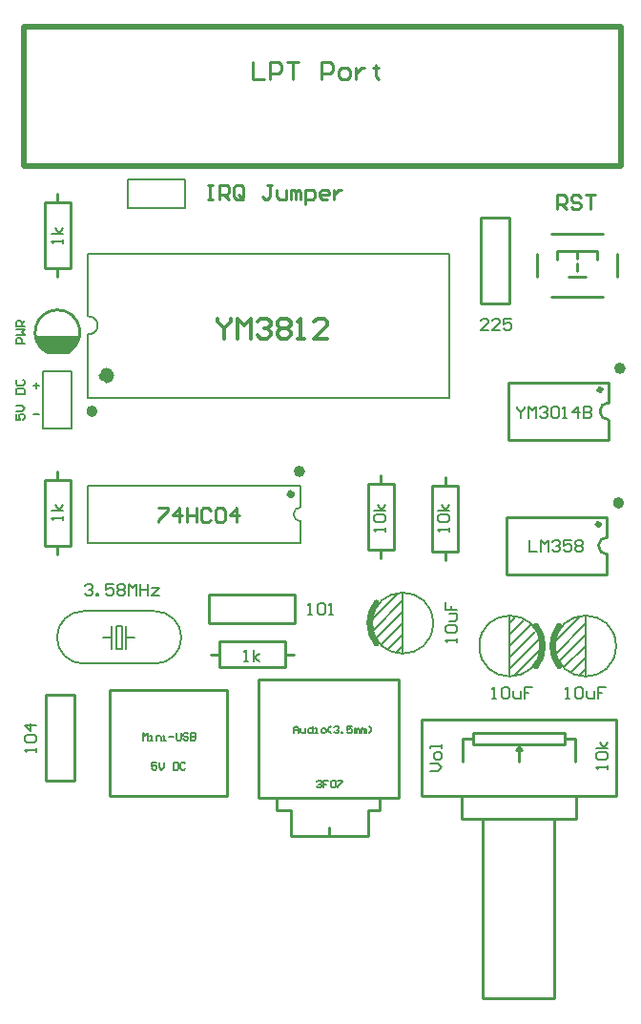
<source format=gto>
G04 Layer_Color=65535*
%FSLAX25Y25*%
%MOIN*%
G70*
G01*
G75*
%ADD10C,0.01000*%
%ADD30C,0.00787*%
%ADD31C,0.02362*%
%ADD32C,0.02000*%
%ADD33C,0.03937*%
%ADD34C,0.00800*%
%ADD35C,0.01500*%
%ADD36C,0.01969*%
%ADD37C,0.00600*%
%ADD38C,0.01200*%
D10*
X213500Y145000D02*
G03*
X210500Y142000I0J-3000D01*
G01*
D02*
G03*
X213500Y139000I3000J0D01*
G01*
X213000Y98000D02*
G03*
X210000Y95000I0J-3000D01*
G01*
D02*
G03*
X213000Y92000I3000J0D01*
G01*
X25035Y162868D02*
G03*
X17112Y162726I-4082J6695D01*
G01*
X97685Y2500D02*
X102685D01*
X129685D02*
X133685D01*
X129685Y-6457D02*
Y2500D01*
X102685Y-6457D02*
Y2500D01*
X97685D02*
Y7000D01*
X133685Y2500D02*
Y7000D01*
X102685Y-6457D02*
X129685D01*
X140185Y7000D02*
Y48215D01*
X91185D02*
X140185D01*
X91185Y7000D02*
Y48215D01*
Y7000D02*
X140185D01*
X115842Y-6457D02*
Y-3307D01*
X21000Y215500D02*
Y218000D01*
X16500Y215000D02*
X25500D01*
X16500Y192000D02*
Y215000D01*
Y192000D02*
X25500D01*
Y215000D01*
X21000Y189000D02*
Y191500D01*
X39050Y44724D02*
X80050D01*
Y7624D02*
Y44724D01*
X39050Y7624D02*
X80050D01*
X39050D02*
Y44724D01*
X21000Y118500D02*
Y121000D01*
X16500Y95000D02*
Y118000D01*
X25500D01*
Y95000D02*
Y118000D01*
X16500Y95000D02*
X25500D01*
X21000Y92000D02*
Y94500D01*
X74000Y78000D02*
X104000D01*
Y68000D02*
Y78000D01*
X74000Y68000D02*
X104000D01*
X74000D02*
Y78000D01*
X74500Y57000D02*
X77000D01*
X77500Y52500D02*
X100500D01*
X77500D02*
Y61500D01*
X100500D01*
Y52500D02*
Y61500D01*
X101000Y57000D02*
X103500D01*
X134000Y117000D02*
Y119500D01*
X129500Y93500D02*
Y116500D01*
X138500D01*
Y93500D02*
Y116500D01*
X129500Y93500D02*
X138500D01*
X134000Y90500D02*
Y93000D01*
X179000Y179500D02*
Y209500D01*
X169000Y179500D02*
X179000D01*
X169000D02*
Y209500D01*
X179000D01*
X156500Y90000D02*
Y92500D01*
X161000Y93000D02*
Y116000D01*
X152000Y93000D02*
X161000D01*
X152000D02*
Y116000D01*
X161000D01*
X156500Y116500D02*
Y119000D01*
X178500Y152000D02*
X213500D01*
X178500Y132000D02*
Y152000D01*
Y132000D02*
X213500D01*
Y139000D01*
Y145000D02*
Y152000D01*
X178000Y105000D02*
X213000D01*
X178000Y85000D02*
Y105000D01*
Y85000D02*
X213000D01*
Y92000D01*
Y98000D02*
Y105000D01*
X148185Y7500D02*
Y34185D01*
Y7500D02*
X216185D01*
Y34185D01*
X148185D02*
X216185D01*
X162500Y19500D02*
Y27500D01*
X201870Y19500D02*
Y27500D01*
X182185Y19500D02*
Y24500D01*
X198185Y27500D02*
X200185D01*
X162500D02*
X166185D01*
X200185D02*
X201870D01*
X181185Y23500D02*
X182185Y24500D01*
X183185Y23500D01*
X162185Y-461D02*
Y7500D01*
Y-461D02*
X202185D01*
Y7500D01*
X166185Y25500D02*
Y29500D01*
Y25500D02*
X198185D01*
Y29500D01*
X166185D02*
X198185D01*
X169685Y-63000D02*
Y-500D01*
Y-63000D02*
X194685D01*
Y-500D01*
X26500Y164500D02*
X27000Y165000D01*
Y165500D01*
X15000Y164500D02*
X16000Y163500D01*
X26000D01*
X15000Y164500D02*
X26500D01*
X14500Y165500D02*
X27000D01*
X27500Y166000D01*
X14000D02*
X27500D01*
X17200Y162800D02*
X25000D01*
X13500Y168000D02*
X28500D01*
X14000Y167000D02*
X28000D01*
X14000Y166000D02*
X27500D01*
X16800Y13058D02*
Y43058D01*
X26800D01*
Y13058D02*
Y43058D01*
X16800Y13058D02*
X26800D01*
X202500Y195400D02*
Y198000D01*
Y191000D02*
Y193600D01*
X199500Y189000D02*
X205400D01*
X195500Y195100D02*
Y198000D01*
X209500D01*
Y195100D02*
Y198000D01*
X193500Y204000D02*
X211500D01*
X193500Y182000D02*
X211500D01*
X188500Y189000D02*
Y197000D01*
X216500Y189000D02*
Y197000D01*
X56100Y108198D02*
X59432D01*
Y107365D01*
X56100Y104033D01*
Y103200D01*
X63598D02*
Y108198D01*
X61098Y105699D01*
X64431D01*
X66097Y108198D02*
Y103200D01*
Y105699D01*
X69429D01*
Y108198D01*
Y103200D01*
X74427Y107365D02*
X73594Y108198D01*
X71928D01*
X71095Y107365D01*
Y104033D01*
X71928Y103200D01*
X73594D01*
X74427Y104033D01*
X76094Y107365D02*
X76927Y108198D01*
X78593D01*
X79426Y107365D01*
Y104033D01*
X78593Y103200D01*
X76927D01*
X76094Y104033D01*
Y107365D01*
X83591Y103200D02*
Y108198D01*
X81092Y105699D01*
X84424D01*
X89200Y263898D02*
Y257900D01*
X93199D01*
X95198D02*
Y263898D01*
X98197D01*
X99197Y262898D01*
Y260899D01*
X98197Y259899D01*
X95198D01*
X101196Y263898D02*
X105195D01*
X103196D01*
Y257900D01*
X113192D02*
Y263898D01*
X116191D01*
X117191Y262898D01*
Y260899D01*
X116191Y259899D01*
X113192D01*
X120190Y257900D02*
X122189D01*
X123189Y258900D01*
Y260899D01*
X122189Y261899D01*
X120190D01*
X119190Y260899D01*
Y258900D01*
X120190Y257900D01*
X125188Y261899D02*
Y257900D01*
Y259899D01*
X126188Y260899D01*
X127188Y261899D01*
X128187D01*
X132186Y262898D02*
Y261899D01*
X131186D01*
X133186D01*
X132186D01*
Y258900D01*
X133186Y257900D01*
X195500Y212500D02*
Y217498D01*
X197999D01*
X198832Y216665D01*
Y214999D01*
X197999Y214166D01*
X195500D01*
X197166D02*
X198832Y212500D01*
X203831Y216665D02*
X202998Y217498D01*
X201331D01*
X200498Y216665D01*
Y215832D01*
X201331Y214999D01*
X202998D01*
X203831Y214166D01*
Y213333D01*
X202998Y212500D01*
X201331D01*
X200498Y213333D01*
X205497Y217498D02*
X208829D01*
X207163D01*
Y212500D01*
X73500Y220998D02*
X75166D01*
X74333D01*
Y216000D01*
X73500D01*
X75166D01*
X77665D02*
Y220998D01*
X80164D01*
X80998Y220165D01*
Y218499D01*
X80164Y217666D01*
X77665D01*
X79331D02*
X80998Y216000D01*
X85996Y216833D02*
Y220165D01*
X85163Y220998D01*
X83497D01*
X82664Y220165D01*
Y216833D01*
X83497Y216000D01*
X85163D01*
X84330Y217666D02*
X85996Y216000D01*
X85163D02*
X85996Y216833D01*
X95993Y220998D02*
X94327D01*
X95160D01*
Y216833D01*
X94327Y216000D01*
X93493D01*
X92660Y216833D01*
X97659Y219332D02*
Y216833D01*
X98492Y216000D01*
X100991D01*
Y219332D01*
X102657Y216000D02*
Y219332D01*
X103490D01*
X104323Y218499D01*
Y216000D01*
Y218499D01*
X105156Y219332D01*
X105990Y218499D01*
Y216000D01*
X107656Y214334D02*
Y219332D01*
X110155D01*
X110988Y218499D01*
Y216833D01*
X110155Y216000D01*
X107656D01*
X115153D02*
X113487D01*
X112654Y216833D01*
Y218499D01*
X113487Y219332D01*
X115153D01*
X115986Y218499D01*
Y217666D01*
X112654D01*
X117652Y219332D02*
Y216000D01*
Y217666D01*
X118485Y218499D01*
X119318Y219332D01*
X120151D01*
D30*
X106000Y108500D02*
G03*
X106000Y103500I0J-2500D01*
G01*
X31532Y168866D02*
G03*
X31482Y175161I303J3150D01*
G01*
X216130Y60000D02*
G03*
X216130Y60000I-10630J0D01*
G01*
X189630D02*
G03*
X189630Y60000I-10630J0D01*
G01*
X152193Y68000D02*
G03*
X152193Y68000I-10630J0D01*
G01*
X26000Y136000D02*
Y156000D01*
X16000D02*
X26000D01*
X16000Y136000D02*
Y156000D01*
Y136000D02*
X26000D01*
X31500Y116000D02*
X106000D01*
X31500Y96000D02*
X106000D01*
Y108500D02*
Y116000D01*
Y96000D02*
Y103500D01*
X31500Y96000D02*
Y116000D01*
X31457Y146567D02*
Y168866D01*
Y175161D02*
Y197000D01*
X158000Y146567D02*
Y197000D01*
X31457Y146567D02*
X158000D01*
X31457Y197000D02*
X158000D01*
X45500Y213000D02*
Y223000D01*
X65500D01*
Y213000D02*
Y223000D01*
X45500Y213000D02*
X65500D01*
X203500Y50000D02*
X205500Y52000D01*
X195000Y61500D02*
X204000Y70500D01*
X205500Y67874D02*
Y70500D01*
X195063Y57437D02*
X205500Y67874D01*
Y49500D02*
Y67874D01*
X196500Y55000D02*
X205500Y64000D01*
X198000Y52500D02*
X205500Y60000D01*
X200500Y51000D02*
X205500Y56000D01*
X179000Y68000D02*
X181000Y70000D01*
X180500Y49500D02*
X189500Y58500D01*
X179000Y49500D02*
Y52126D01*
X189437Y62563D01*
X179000Y52126D02*
Y70500D01*
Y56000D02*
X188000Y65000D01*
X179000Y60000D02*
X186500Y67500D01*
X179000Y64000D02*
X184000Y69000D01*
X139563Y58000D02*
X141563Y60000D01*
X131063Y69500D02*
X140063Y78500D01*
X141563Y75874D02*
Y78500D01*
X131126Y65437D02*
X141563Y75874D01*
Y57500D02*
Y75874D01*
X132563Y63000D02*
X141563Y72000D01*
X134063Y60500D02*
X141563Y68000D01*
X136563Y59000D02*
X141563Y64000D01*
D31*
X102894Y113000D02*
G03*
X102894Y113000I-394J0D01*
G01*
D32*
X106500Y121000D02*
G03*
X106500Y121000I-1000J0D01*
G01*
X34000Y142000D02*
G03*
X34000Y142000I-1000J0D01*
G01*
X218500Y157000D02*
G03*
X218500Y157000I-1000J0D01*
G01*
X218000Y110000D02*
G03*
X218000Y110000I-1000J0D01*
G01*
X9280Y227609D02*
X9380Y227509D01*
X217880D01*
X9180Y227710D02*
X9380Y227509D01*
X9180Y227710D02*
Y276209D01*
X217780D01*
X217880Y276309D01*
Y227509D02*
Y276309D01*
D33*
X38707Y154500D02*
G03*
X38707Y154500I-707J0D01*
G01*
D34*
X55000Y53847D02*
G03*
X54993Y72153I98J9153D01*
G01*
X30000Y72153D02*
G03*
X30007Y53847I-98J-9153D01*
G01*
X30000Y72153D02*
X54993D01*
X30007Y53846D02*
X55000D01*
X23000Y200500D02*
Y201833D01*
Y201167D01*
X19001D01*
X19668Y200500D01*
X23000Y203832D02*
X19001D01*
X21667D02*
X20334Y205832D01*
X21667Y203832D02*
X23000Y205832D01*
X108500Y70900D02*
X109833D01*
X109167D01*
Y74899D01*
X108500Y74232D01*
X111832D02*
X112499Y74899D01*
X113832D01*
X114498Y74232D01*
Y71566D01*
X113832Y70900D01*
X112499D01*
X111832Y71566D01*
Y74232D01*
X115831Y70900D02*
X117164D01*
X116497D01*
Y74899D01*
X115831Y74232D01*
X13500Y23000D02*
Y24333D01*
Y23666D01*
X9501D01*
X10168Y23000D01*
Y26332D02*
X9501Y26999D01*
Y28332D01*
X10168Y28998D01*
X12833D01*
X13500Y28332D01*
Y26999D01*
X12833Y26332D01*
X10168D01*
X13500Y32330D02*
X9501D01*
X11501Y30331D01*
Y32997D01*
X160400Y61300D02*
Y62633D01*
Y61966D01*
X156401D01*
X157068Y61300D01*
Y64632D02*
X156401Y65299D01*
Y66632D01*
X157068Y67298D01*
X159733D01*
X160400Y66632D01*
Y65299D01*
X159733Y64632D01*
X157068D01*
X157734Y68631D02*
X159733D01*
X160400Y69297D01*
Y71297D01*
X157734D01*
X156401Y75296D02*
Y72630D01*
X158401D01*
Y73963D01*
Y72630D01*
X160400D01*
X171666Y170300D02*
X169000D01*
X171666Y172966D01*
Y173632D01*
X170999Y174299D01*
X169667D01*
X169000Y173632D01*
X175664Y170300D02*
X172999D01*
X175664Y172966D01*
Y173632D01*
X174998Y174299D01*
X173665D01*
X172999Y173632D01*
X179663Y174299D02*
X176997D01*
Y172299D01*
X178330Y172966D01*
X178997D01*
X179663Y172299D01*
Y170966D01*
X178997Y170300D01*
X177664D01*
X176997Y170966D01*
X198500Y41500D02*
X199833D01*
X199167D01*
Y45499D01*
X198500Y44832D01*
X201832D02*
X202499Y45499D01*
X203832D01*
X204498Y44832D01*
Y42166D01*
X203832Y41500D01*
X202499D01*
X201832Y42166D01*
Y44832D01*
X205831Y44166D02*
Y42166D01*
X206497Y41500D01*
X208497D01*
Y44166D01*
X212495Y45499D02*
X209830D01*
Y43499D01*
X211163D01*
X209830D01*
Y41500D01*
X172800D02*
X174133D01*
X173467D01*
Y45499D01*
X172800Y44832D01*
X176132D02*
X176799Y45499D01*
X178132D01*
X178798Y44832D01*
Y42166D01*
X178132Y41500D01*
X176799D01*
X176132Y42166D01*
Y44832D01*
X180131Y44166D02*
Y42166D01*
X180797Y41500D01*
X182797D01*
Y44166D01*
X186795Y45499D02*
X184130D01*
Y43499D01*
X185463D01*
X184130D01*
Y41500D01*
X181500Y143499D02*
Y142832D01*
X182833Y141499D01*
X184166Y142832D01*
Y143499D01*
X182833Y141499D02*
Y139500D01*
X185499D02*
Y143499D01*
X186832Y142166D01*
X188164Y143499D01*
Y139500D01*
X189497Y142832D02*
X190164Y143499D01*
X191497D01*
X192163Y142832D01*
Y142166D01*
X191497Y141499D01*
X190830D01*
X191497D01*
X192163Y140833D01*
Y140166D01*
X191497Y139500D01*
X190164D01*
X189497Y140166D01*
X193496Y142832D02*
X194163Y143499D01*
X195495D01*
X196162Y142832D01*
Y140166D01*
X195495Y139500D01*
X194163D01*
X193496Y140166D01*
Y142832D01*
X197495Y139500D02*
X198828D01*
X198161D01*
Y143499D01*
X197495Y142832D01*
X202826Y139500D02*
Y143499D01*
X200827Y141499D01*
X203493D01*
X204826Y143499D02*
Y139500D01*
X206825D01*
X207492Y140166D01*
Y140833D01*
X206825Y141499D01*
X204826D01*
X206825D01*
X207492Y142166D01*
Y142832D01*
X206825Y143499D01*
X204826D01*
X186000Y96999D02*
Y93000D01*
X188666D01*
X189999D02*
Y96999D01*
X191332Y95666D01*
X192665Y96999D01*
Y93000D01*
X193997Y96332D02*
X194664Y96999D01*
X195997D01*
X196663Y96332D01*
Y95666D01*
X195997Y94999D01*
X195330D01*
X195997D01*
X196663Y94333D01*
Y93666D01*
X195997Y93000D01*
X194664D01*
X193997Y93666D01*
X200662Y96999D02*
X197996D01*
Y94999D01*
X199329Y95666D01*
X199996D01*
X200662Y94999D01*
Y93666D01*
X199996Y93000D01*
X198663D01*
X197996Y93666D01*
X201995Y96332D02*
X202661Y96999D01*
X203994D01*
X204661Y96332D01*
Y95666D01*
X203994Y94999D01*
X204661Y94333D01*
Y93666D01*
X203994Y93000D01*
X202661D01*
X201995Y93666D01*
Y94333D01*
X202661Y94999D01*
X201995Y95666D01*
Y96332D01*
X202661Y94999D02*
X203994D01*
X86100Y54800D02*
X87433D01*
X86766D01*
Y58799D01*
X86100Y58132D01*
X89432Y54800D02*
Y58799D01*
Y56133D02*
X91432Y57466D01*
X89432Y56133D02*
X91432Y54800D01*
X22900Y104000D02*
Y105333D01*
Y104666D01*
X18901D01*
X19568Y104000D01*
X22900Y107332D02*
X18901D01*
X21567D02*
X20234Y109332D01*
X21567Y107332D02*
X22900Y109332D01*
X213100Y17100D02*
Y18433D01*
Y17766D01*
X209101D01*
X209768Y17100D01*
Y20432D02*
X209101Y21099D01*
Y22432D01*
X209768Y23098D01*
X212434D01*
X213100Y22432D01*
Y21099D01*
X212434Y20432D01*
X209768D01*
X213100Y24431D02*
X209101D01*
X211767D02*
X210434Y26430D01*
X211767Y24431D02*
X213100Y26430D01*
X135500Y100000D02*
Y101333D01*
Y100666D01*
X131501D01*
X132168Y100000D01*
Y103332D02*
X131501Y103999D01*
Y105332D01*
X132168Y105998D01*
X134834D01*
X135500Y105332D01*
Y103999D01*
X134834Y103332D01*
X132168D01*
X135500Y107331D02*
X131501D01*
X134167D02*
X132834Y109330D01*
X134167Y107331D02*
X135500Y109330D01*
X158000Y100000D02*
Y101333D01*
Y100666D01*
X154001D01*
X154668Y100000D01*
Y103332D02*
X154001Y103999D01*
Y105332D01*
X154668Y105998D01*
X157334D01*
X158000Y105332D01*
Y103999D01*
X157334Y103332D01*
X154668D01*
X158000Y107331D02*
X154001D01*
X156667D02*
X155334Y109330D01*
X156667Y107331D02*
X158000Y109330D01*
X30500Y80832D02*
X31166Y81499D01*
X32499D01*
X33166Y80832D01*
Y80166D01*
X32499Y79499D01*
X31833D01*
X32499D01*
X33166Y78833D01*
Y78166D01*
X32499Y77500D01*
X31166D01*
X30500Y78166D01*
X34499Y77500D02*
Y78166D01*
X35165D01*
Y77500D01*
X34499D01*
X40497Y81499D02*
X37831D01*
Y79499D01*
X39164Y80166D01*
X39830D01*
X40497Y79499D01*
Y78166D01*
X39830Y77500D01*
X38497D01*
X37831Y78166D01*
X41830Y80832D02*
X42496Y81499D01*
X43829D01*
X44495Y80832D01*
Y80166D01*
X43829Y79499D01*
X44495Y78833D01*
Y78166D01*
X43829Y77500D01*
X42496D01*
X41830Y78166D01*
Y78833D01*
X42496Y79499D01*
X41830Y80166D01*
Y80832D01*
X42496Y79499D02*
X43829D01*
X45828Y77500D02*
Y81499D01*
X47161Y80166D01*
X48494Y81499D01*
Y77500D01*
X49827Y81499D02*
Y77500D01*
Y79499D01*
X52493D01*
Y81499D01*
Y77500D01*
X53826Y80166D02*
X56492D01*
X53826Y77500D01*
X56492D01*
X151201Y16300D02*
X153867D01*
X155200Y17633D01*
X153867Y18966D01*
X151201D01*
X155200Y20965D02*
Y22298D01*
X154534Y22964D01*
X153201D01*
X152534Y22298D01*
Y20965D01*
X153201Y20299D01*
X154534D01*
X155200Y20965D01*
Y24297D02*
Y25630D01*
Y24964D01*
X151201D01*
Y24297D01*
X12500Y150999D02*
X14499D01*
X13500Y151999D02*
Y150000D01*
X12500Y140999D02*
X14499D01*
D35*
X211000Y149500D02*
G03*
X211000Y149500I-500J0D01*
G01*
X210500Y102500D02*
G03*
X210500Y102500I-500J0D01*
G01*
D36*
X196295Y67160D02*
G03*
X196295Y52840I9205J-7160D01*
G01*
X188205D02*
G03*
X188205Y67160I-9205J7160D01*
G01*
X132358Y75160D02*
G03*
X132358Y60840I9205J-7160D01*
G01*
D37*
X45000Y63000D02*
X48000D01*
X37000D02*
X40000D01*
Y59000D02*
Y67000D01*
X45000Y59000D02*
Y67000D01*
X41500Y59000D02*
X43500D01*
X41500D02*
Y67000D01*
X43500D01*
Y59000D02*
Y67000D01*
X6501Y140999D02*
Y139000D01*
X8000D01*
X7501Y140000D01*
Y140499D01*
X8000Y140999D01*
X9000D01*
X9500Y140499D01*
Y139500D01*
X9000Y139000D01*
X6501Y141999D02*
X8500D01*
X9500Y142999D01*
X8500Y143998D01*
X6501D01*
Y147997D02*
X9500D01*
Y149497D01*
X9000Y149996D01*
X7001D01*
X6501Y149497D01*
Y147997D01*
X7001Y152996D02*
X6501Y152496D01*
Y151496D01*
X7001Y150996D01*
X9000D01*
X9500Y151496D01*
Y152496D01*
X9000Y152996D01*
X9500Y165500D02*
X6501D01*
Y166999D01*
X7001Y167499D01*
X8000D01*
X8500Y166999D01*
Y165500D01*
X6501Y168499D02*
X9500D01*
X8500Y169499D01*
X9500Y170498D01*
X6501D01*
X9500Y171498D02*
X6501D01*
Y172998D01*
X7001Y173497D01*
X8000D01*
X8500Y172998D01*
Y171498D01*
Y172498D02*
X9500Y173497D01*
X55666Y19299D02*
X54000D01*
Y18050D01*
X54833Y18466D01*
X55250D01*
X55666Y18050D01*
Y17217D01*
X55250Y16800D01*
X54417D01*
X54000Y17217D01*
X56499Y19299D02*
Y17633D01*
X57332Y16800D01*
X58165Y17633D01*
Y19299D01*
X61498D02*
Y16800D01*
X62747D01*
X63164Y17217D01*
Y18883D01*
X62747Y19299D01*
X61498D01*
X65663Y18883D02*
X65246Y19299D01*
X64413D01*
X63997Y18883D01*
Y17217D01*
X64413Y16800D01*
X65246D01*
X65663Y17217D01*
X111500Y12583D02*
X111916Y12999D01*
X112750D01*
X113166Y12583D01*
Y12166D01*
X112750Y11750D01*
X112333D01*
X112750D01*
X113166Y11333D01*
Y10916D01*
X112750Y10500D01*
X111916D01*
X111500Y10916D01*
X115665Y12999D02*
X113999D01*
Y11750D01*
X114832D01*
X113999D01*
Y10500D01*
X116498Y12583D02*
X116915Y12999D01*
X117748D01*
X118165Y12583D01*
Y10916D01*
X117748Y10500D01*
X116915D01*
X116498Y10916D01*
Y12583D01*
X118998Y12999D02*
X120664D01*
Y12583D01*
X118998Y10916D01*
Y10500D01*
X103500Y29500D02*
Y31166D01*
X104333Y31999D01*
X105166Y31166D01*
Y29500D01*
Y30750D01*
X103500D01*
X105999Y31166D02*
Y29917D01*
X106416Y29500D01*
X107665D01*
Y31166D01*
X110164Y31999D02*
Y29500D01*
X108915D01*
X108498Y29917D01*
Y30750D01*
X108915Y31166D01*
X110164D01*
X110998Y29500D02*
X111831D01*
X111414D01*
Y31166D01*
X110998D01*
X113497Y29500D02*
X114330D01*
X114746Y29917D01*
Y30750D01*
X114330Y31166D01*
X113497D01*
X113080Y30750D01*
Y29917D01*
X113497Y29500D01*
X116412D02*
X115579Y30333D01*
Y31166D01*
X116412Y31999D01*
X117662Y31583D02*
X118079Y31999D01*
X118912D01*
X119328Y31583D01*
Y31166D01*
X118912Y30750D01*
X118495D01*
X118912D01*
X119328Y30333D01*
Y29917D01*
X118912Y29500D01*
X118079D01*
X117662Y29917D01*
X120161Y29500D02*
Y29917D01*
X120578D01*
Y29500D01*
X120161D01*
X123910Y31999D02*
X122244D01*
Y30750D01*
X123077Y31166D01*
X123494D01*
X123910Y30750D01*
Y29917D01*
X123494Y29500D01*
X122661D01*
X122244Y29917D01*
X124743Y29500D02*
Y31166D01*
X125160D01*
X125576Y30750D01*
Y29500D01*
Y30750D01*
X125993Y31166D01*
X126409Y30750D01*
Y29500D01*
X127242D02*
Y31166D01*
X127659D01*
X128075Y30750D01*
Y29500D01*
Y30750D01*
X128492Y31166D01*
X128908Y30750D01*
Y29500D01*
X129742D02*
X130575Y30333D01*
Y31166D01*
X129742Y31999D01*
X50800Y27100D02*
Y29599D01*
X51633Y28766D01*
X52466Y29599D01*
Y27100D01*
X53299D02*
X54132D01*
X53716D01*
Y28766D01*
X53299D01*
X55382Y27100D02*
Y28766D01*
X56631D01*
X57048Y28350D01*
Y27100D01*
X57881D02*
X58714D01*
X58298D01*
Y28766D01*
X57881D01*
X59964Y28350D02*
X61630D01*
X62463Y29599D02*
Y27516D01*
X62879Y27100D01*
X63713D01*
X64129Y27516D01*
Y29599D01*
X66628Y29183D02*
X66212Y29599D01*
X65379D01*
X64962Y29183D01*
Y28766D01*
X65379Y28350D01*
X66212D01*
X66628Y27933D01*
Y27516D01*
X66212Y27100D01*
X65379D01*
X64962Y27516D01*
X67461Y29599D02*
Y27100D01*
X68711D01*
X69127Y27516D01*
Y27933D01*
X68711Y28350D01*
X67461D01*
X68711D01*
X69127Y28766D01*
Y29183D01*
X68711Y29599D01*
X67461D01*
D38*
X76800Y174398D02*
Y173231D01*
X79133Y170899D01*
X81465Y173231D01*
Y174398D01*
X79133Y170899D02*
Y167400D01*
X83798D02*
Y174398D01*
X86130Y172065D01*
X88463Y174398D01*
Y167400D01*
X90795Y173231D02*
X91962Y174398D01*
X94294D01*
X95461Y173231D01*
Y172065D01*
X94294Y170899D01*
X93128D01*
X94294D01*
X95461Y169733D01*
Y168566D01*
X94294Y167400D01*
X91962D01*
X90795Y168566D01*
X97793Y173231D02*
X98959Y174398D01*
X101292D01*
X102458Y173231D01*
Y172065D01*
X101292Y170899D01*
X102458Y169733D01*
Y168566D01*
X101292Y167400D01*
X98959D01*
X97793Y168566D01*
Y169733D01*
X98959Y170899D01*
X97793Y172065D01*
Y173231D01*
X98959Y170899D02*
X101292D01*
X104791Y167400D02*
X107123D01*
X105957D01*
Y174398D01*
X104791Y173231D01*
X115288Y167400D02*
X110622D01*
X115288Y172065D01*
Y173231D01*
X114121Y174398D01*
X111789D01*
X110622Y173231D01*
M02*

</source>
